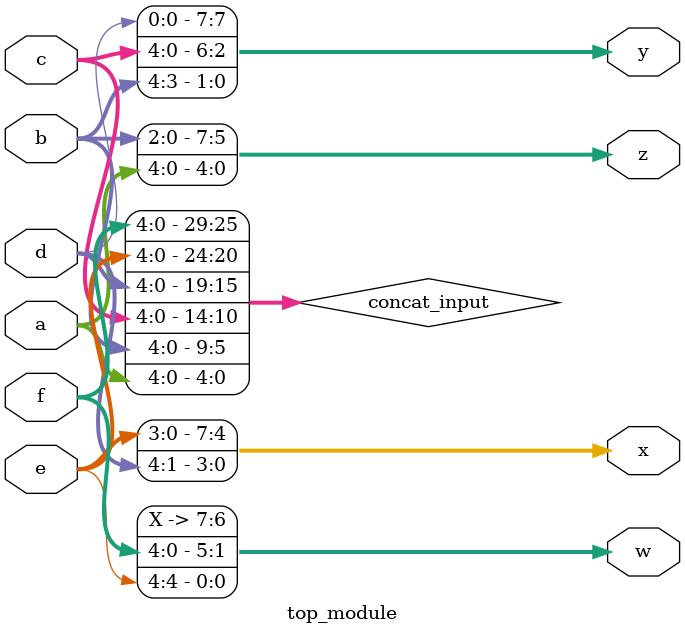
<source format=sv>
module top_module (
    input [4:0] a,
    input [4:0] b,
    input [4:0] c,
    input [4:0] d,
    input [4:0] e,
    input [4:0] f,
    output [7:0] w,
    output [7:0] x,
    output [7:0] y,
    output [7:0] z
);

    // Concatenate input vectors
    wire [29:0] concat_input;
    assign concat_input = {f, e, d, c, b, a};
    
    // Split concatenated input into output vectors
    assign w = concat_input[31:24];
    assign x = concat_input[23:16];
    assign y = concat_input[15:8];
    assign z = concat_input[7:0];
    
endmodule

</source>
